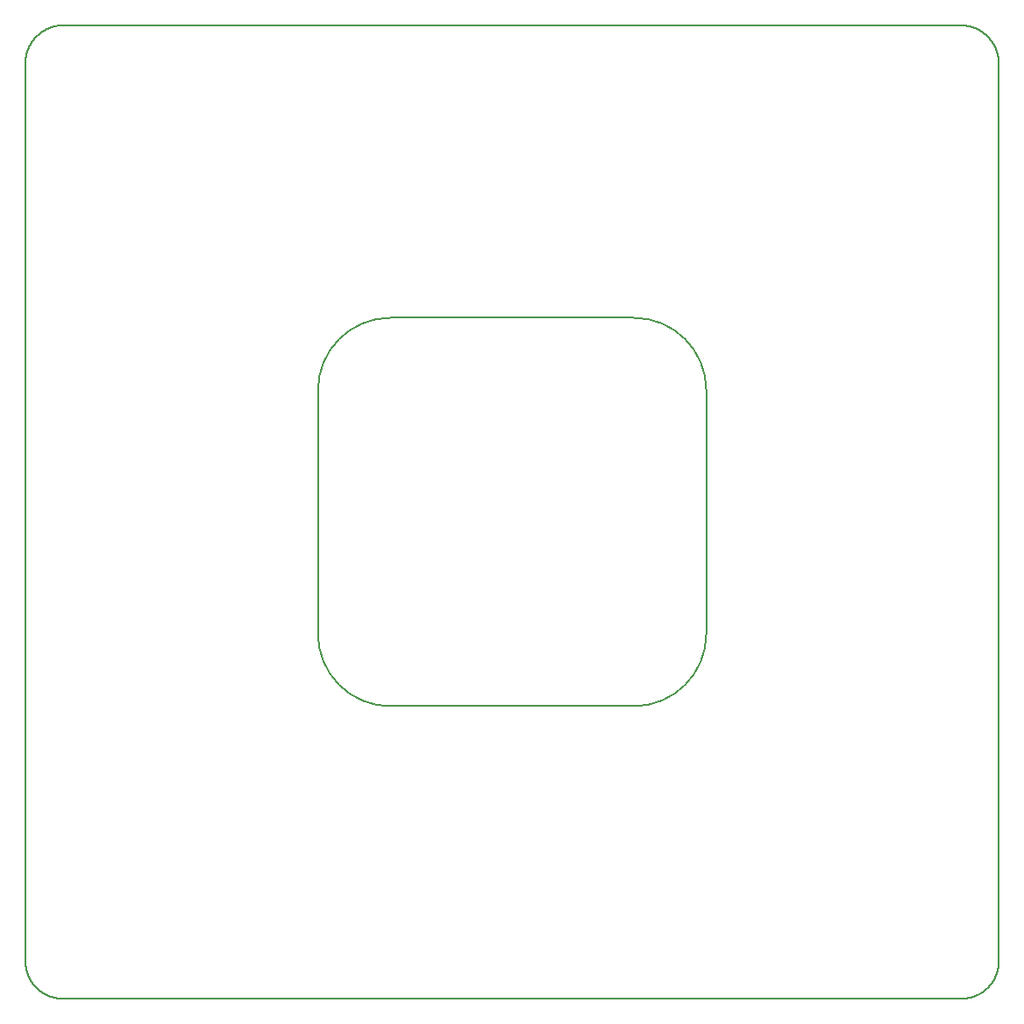
<source format=gm1>
%TF.GenerationSoftware,KiCad,Pcbnew,9.0.0*%
%TF.CreationDate,2025-03-08T12:40:55-08:00*%
%TF.ProjectId,Coil_Panel_Z,436f696c-5f50-4616-9e65-6c5f5a2e6b69,1.0*%
%TF.SameCoordinates,Original*%
%TF.FileFunction,Profile,NP*%
%FSLAX46Y46*%
G04 Gerber Fmt 4.6, Leading zero omitted, Abs format (unit mm)*
G04 Created by KiCad (PCBNEW 9.0.0) date 2025-03-08 12:40:55*
%MOMM*%
%LPD*%
G01*
G04 APERTURE LIST*
%TA.AperFunction,Profile*%
%ADD10C,0.200000*%
%TD*%
%ADD11C,0.200000*%
G04 APERTURE END LIST*
D10*
X113104000Y-49474000D02*
X103731000Y-49474000D01*
X100104142Y-53100879D02*
X100104142Y-62473878D01*
X158859162Y-77718744D02*
X135353012Y-77718744D01*
X128353058Y-84717750D02*
X128349861Y-108228033D01*
D11*
X100112000Y-139846884D02*
X100112040Y-139864138D01*
X100112160Y-139881382D01*
X100112360Y-139898615D01*
X100112639Y-139915839D01*
X100112999Y-139933051D01*
X100113438Y-139950253D01*
X100113956Y-139967443D01*
X100114555Y-139984623D01*
X100115233Y-140001791D01*
X100115990Y-140018948D01*
X100116827Y-140036092D01*
X100117744Y-140053225D01*
X100118740Y-140070346D01*
X100119815Y-140087454D01*
X100120969Y-140104550D01*
X100122203Y-140121633D01*
X100123516Y-140138703D01*
X100124908Y-140155760D01*
X100126380Y-140172804D01*
X100127930Y-140189834D01*
X100129559Y-140206851D01*
X100131268Y-140223853D01*
X100133055Y-140240842D01*
X100134921Y-140257816D01*
X100136866Y-140274775D01*
X100138890Y-140291720D01*
X100140992Y-140308649D01*
X100143174Y-140325564D01*
X100145433Y-140342463D01*
X100147772Y-140359346D01*
X100150188Y-140376214D01*
X100152684Y-140393065D01*
X100155257Y-140409901D01*
X100157909Y-140426719D01*
X100160640Y-140443521D01*
X100163448Y-140460306D01*
X100166335Y-140477073D01*
X100169300Y-140493824D01*
X100172343Y-140510556D01*
X100175464Y-140527271D01*
X100178662Y-140543967D01*
X100181939Y-140560645D01*
X100185294Y-140577304D01*
X100188726Y-140593945D01*
X100192236Y-140610566D01*
X100195823Y-140627168D01*
X100199489Y-140643750D01*
X100203231Y-140660313D01*
X100207051Y-140676855D01*
X100210949Y-140693377D01*
X100214923Y-140709878D01*
X100218975Y-140726358D01*
X100223104Y-140742818D01*
X100227310Y-140759256D01*
X100231593Y-140775672D01*
X100235953Y-140792066D01*
X100240390Y-140808438D01*
X100244904Y-140824788D01*
X100249494Y-140841115D01*
X100254161Y-140857418D01*
X100258904Y-140873699D01*
X100263724Y-140889956D01*
X100268620Y-140906190D01*
X100273592Y-140922399D01*
X100278641Y-140938584D01*
X100283765Y-140954744D01*
X100288966Y-140970879D01*
X100294242Y-140986990D01*
X100299594Y-141003074D01*
X100305022Y-141019133D01*
X100310526Y-141035166D01*
X100316105Y-141051173D01*
X100321759Y-141067153D01*
X100327489Y-141083106D01*
X100333294Y-141099032D01*
X100339174Y-141114930D01*
X100345129Y-141130801D01*
X100351159Y-141146644D01*
X100357264Y-141162458D01*
X100363443Y-141178243D01*
X100369697Y-141194000D01*
X100376025Y-141209727D01*
X100382428Y-141225425D01*
X100388905Y-141241093D01*
X100395455Y-141256731D01*
X100402080Y-141272338D01*
X100408779Y-141287915D01*
X100415551Y-141303461D01*
X100422397Y-141318975D01*
X100429316Y-141334457D01*
X100436309Y-141349908D01*
X100443374Y-141365326D01*
X100450513Y-141380711D01*
X100457725Y-141396064D01*
X100465009Y-141411383D01*
X100472366Y-141426669D01*
X100479795Y-141441921D01*
X100487297Y-141457139D01*
X100494871Y-141472322D01*
X100502516Y-141487471D01*
X100510234Y-141502584D01*
X100518023Y-141517662D01*
X100525884Y-141532704D01*
X100533816Y-141547710D01*
X100541820Y-141562679D01*
X100549894Y-141577612D01*
X100558040Y-141592508D01*
X100566256Y-141607366D01*
X100574543Y-141622187D01*
X100582899Y-141636970D01*
X100591327Y-141651714D01*
X100599824Y-141666420D01*
X100608391Y-141681086D01*
X100617028Y-141695714D01*
X100625734Y-141710301D01*
X100634509Y-141724849D01*
X100643354Y-141739356D01*
X100652267Y-141753823D01*
X100661249Y-141768249D01*
X100670300Y-141782634D01*
X100679419Y-141796976D01*
X100688606Y-141811277D01*
X100697861Y-141825536D01*
X100707183Y-141839752D01*
X100716573Y-141853925D01*
X100726031Y-141868055D01*
X100735555Y-141882142D01*
X100745147Y-141896184D01*
X100754805Y-141910182D01*
X100764529Y-141924136D01*
X100774320Y-141938045D01*
X100784177Y-141951908D01*
X100794099Y-141965726D01*
X100804087Y-141979499D01*
X100814140Y-141993225D01*
X100824259Y-142006904D01*
X100834442Y-142020537D01*
X100844690Y-142034122D01*
X100855002Y-142047660D01*
X100865378Y-142061151D01*
X100875818Y-142074593D01*
X100886322Y-142087986D01*
X100896890Y-142101331D01*
X100907520Y-142114627D01*
X100918213Y-142127873D01*
X100928969Y-142141070D01*
X100939788Y-142154217D01*
X100950668Y-142167313D01*
X100961611Y-142180358D01*
X100972615Y-142193353D01*
X100983680Y-142206296D01*
X100994807Y-142219188D01*
X101005994Y-142232027D01*
X101017242Y-142244815D01*
X101028550Y-142257550D01*
X101039919Y-142270232D01*
X101051347Y-142282860D01*
X101062834Y-142295436D01*
X101074381Y-142307957D01*
X101085987Y-142320425D01*
X101097651Y-142332838D01*
X101109374Y-142345196D01*
X101121155Y-142357499D01*
X101132993Y-142369747D01*
X101144889Y-142381940D01*
X101156843Y-142394076D01*
X101168853Y-142406157D01*
X101174879Y-142412176D01*
X101180920Y-142418180D01*
X101186974Y-142424171D01*
X101193043Y-142430147D01*
X101199126Y-142436110D01*
X101205222Y-142442057D01*
X101211333Y-142447991D01*
X101217457Y-142453910D01*
X101223596Y-142459815D01*
X101229748Y-142465705D01*
X101235914Y-142471581D01*
X101242093Y-142477442D01*
X101248287Y-142483288D01*
X101254494Y-142489121D01*
X101260715Y-142494938D01*
X101266949Y-142500741D01*
X101273197Y-142506529D01*
X101279458Y-142512302D01*
X101285733Y-142518061D01*
X101292022Y-142523805D01*
X101298323Y-142529533D01*
X101304639Y-142535248D01*
X101310967Y-142540947D01*
X101317309Y-142546631D01*
X101323664Y-142552300D01*
X101330032Y-142557955D01*
X101336414Y-142563594D01*
X101342809Y-142569218D01*
X101349216Y-142574827D01*
X101355637Y-142580421D01*
X101362071Y-142585999D01*
X101368518Y-142591563D01*
X101374977Y-142597111D01*
X101381450Y-142602644D01*
X101387935Y-142608162D01*
X101394434Y-142613664D01*
X101400945Y-142619151D01*
X101407469Y-142624622D01*
X101414005Y-142630078D01*
X101420555Y-142635519D01*
X101427117Y-142640944D01*
X101433691Y-142646354D01*
X101440278Y-142651747D01*
X101446878Y-142657126D01*
X101453490Y-142662489D01*
X101460115Y-142667836D01*
X101466751Y-142673167D01*
X101473401Y-142678483D01*
X101480062Y-142683782D01*
X101486736Y-142689067D01*
X101493422Y-142694335D01*
X101500121Y-142699587D01*
X101506831Y-142704824D01*
X101513554Y-142710044D01*
X101520288Y-142715249D01*
X101527035Y-142720438D01*
X101533793Y-142725610D01*
X101540564Y-142730767D01*
X101547346Y-142735907D01*
X101554141Y-142741032D01*
X101560947Y-142746140D01*
X101567765Y-142751232D01*
X101574595Y-142756308D01*
X101581437Y-142761368D01*
X101588290Y-142766411D01*
X101595155Y-142771439D01*
X101602031Y-142776449D01*
X101608919Y-142781444D01*
X101615818Y-142786422D01*
X101622729Y-142791384D01*
X101629651Y-142796329D01*
X101636586Y-142801259D01*
X101643530Y-142806171D01*
X101650487Y-142811067D01*
X101657454Y-142815946D01*
X101664434Y-142820809D01*
X101671423Y-142825655D01*
X101678425Y-142830485D01*
X101685437Y-142835298D01*
X101692461Y-142840095D01*
X101699494Y-142844874D01*
X101706540Y-142849637D01*
X101713596Y-142854383D01*
X101720664Y-142859113D01*
X101727741Y-142863825D01*
X101734831Y-142868521D01*
X101741930Y-142873200D01*
X101749041Y-142877862D01*
X101756161Y-142882507D01*
X101763294Y-142887135D01*
X101770436Y-142891746D01*
X101777589Y-142896341D01*
X101784752Y-142900918D01*
X101791926Y-142905478D01*
X101799110Y-142910021D01*
X101806306Y-142914547D01*
X101813510Y-142919056D01*
X101820726Y-142923548D01*
X101827951Y-142928022D01*
X101835188Y-142932480D01*
X101842434Y-142936920D01*
X101849691Y-142941343D01*
X101856956Y-142945748D01*
X101864234Y-142950137D01*
X101871520Y-142954508D01*
X101878817Y-142958862D01*
X101886123Y-142963198D01*
X101893440Y-142967517D01*
X101900766Y-142971819D01*
X101908103Y-142976103D01*
X101915448Y-142980370D01*
X101922804Y-142984619D01*
X101930169Y-142988851D01*
X101937545Y-142993065D01*
X101944929Y-142997262D01*
X101952324Y-143001441D01*
X101959727Y-143005603D01*
X101967141Y-143009747D01*
X101974564Y-143013873D01*
X101981997Y-143017982D01*
X101989438Y-143022073D01*
X101996889Y-143026146D01*
X102004349Y-143030202D01*
X102011819Y-143034240D01*
X102019297Y-143038260D01*
X102026786Y-143042262D01*
X102034283Y-143046247D01*
X102041790Y-143050214D01*
X102049304Y-143054162D01*
X102056829Y-143058094D01*
X102064362Y-143062007D01*
X102071905Y-143065902D01*
X102079456Y-143069779D01*
X102087016Y-143073639D01*
X102094585Y-143077480D01*
X102102163Y-143081304D01*
X102109749Y-143085109D01*
X102117345Y-143088897D01*
X102124948Y-143092666D01*
X102132561Y-143096418D01*
X102140181Y-143100151D01*
X102147812Y-143103866D01*
X102155449Y-143107563D01*
X102163096Y-143111243D01*
X102170750Y-143114903D01*
X102178415Y-143118546D01*
X102186086Y-143122170D01*
X102193766Y-143125777D01*
X102201454Y-143129365D01*
X102209151Y-143132935D01*
X102216855Y-143136486D01*
X102224569Y-143140020D01*
X102232289Y-143143534D01*
X102240019Y-143147031D01*
X102247755Y-143150509D01*
X102255501Y-143153970D01*
X102263253Y-143157411D01*
X102271015Y-143160835D01*
X102278783Y-143164239D01*
X102286561Y-143167626D01*
X102294345Y-143170994D01*
X102302138Y-143174344D01*
X102309937Y-143177675D01*
X102317746Y-143180988D01*
X102325560Y-143184282D01*
X102333384Y-143187558D01*
X102341214Y-143190815D01*
X102349053Y-143194054D01*
X102356897Y-143197273D01*
X102364751Y-143200475D01*
X102372611Y-143203658D01*
X102380480Y-143206823D01*
X102388354Y-143209968D01*
X102396238Y-143213095D01*
X102404126Y-143216204D01*
X102412024Y-143219294D01*
X102419928Y-143222365D01*
X102427840Y-143225417D01*
X102435758Y-143228451D01*
X102443684Y-143231466D01*
X102451616Y-143234462D01*
X102459557Y-143237440D01*
X102467502Y-143240399D01*
X102475457Y-143243339D01*
X102483417Y-143246260D01*
X102491385Y-143249163D01*
X102499358Y-143252046D01*
X102507340Y-143254912D01*
X102515327Y-143257757D01*
X102523322Y-143260585D01*
X102531323Y-143263393D01*
X102539331Y-143266183D01*
X102547345Y-143268953D01*
X102555367Y-143271705D01*
X102563393Y-143274437D01*
X102571428Y-143277151D01*
X102579468Y-143279846D01*
X102587516Y-143282522D01*
X102595568Y-143285179D01*
X102603629Y-143287817D01*
X102611694Y-143290436D01*
X102619767Y-143293037D01*
X102627845Y-143295617D01*
X102635931Y-143298180D01*
X102644021Y-143300722D01*
X102652119Y-143303247D01*
X102660221Y-143305751D01*
X102668332Y-143308237D01*
X102676446Y-143310704D01*
X102684568Y-143313152D01*
X102692695Y-143315580D01*
X102700829Y-143317990D01*
X102708967Y-143320380D01*
X102717114Y-143322751D01*
X102725264Y-143325103D01*
X102733421Y-143327436D01*
X102741583Y-143329750D01*
X102749752Y-143332045D01*
X102757925Y-143334320D01*
X102766106Y-143336576D01*
X102774290Y-143338813D01*
X102782482Y-143341031D01*
X102790678Y-143343229D01*
X102798881Y-143345409D01*
X102807087Y-143347569D01*
X102815301Y-143349710D01*
X102823519Y-143351831D01*
X102831744Y-143353934D01*
X102839972Y-143356017D01*
X102848207Y-143358081D01*
X102856446Y-143360125D01*
X102864693Y-143362150D01*
X102872942Y-143364156D01*
X102881199Y-143366143D01*
X102889458Y-143368109D01*
X102897725Y-143370058D01*
X102905995Y-143371986D01*
X102914273Y-143373895D01*
X102922553Y-143375785D01*
X102930840Y-143377655D01*
X102939130Y-143379506D01*
X102947428Y-143381338D01*
X102955728Y-143383150D01*
X102964035Y-143384943D01*
X102972345Y-143386716D01*
X102980661Y-143388470D01*
X102988981Y-143390204D01*
X102997307Y-143391919D01*
X103005636Y-143393615D01*
X103013972Y-143395291D01*
X103022310Y-143396947D01*
X103030656Y-143398585D01*
X103039003Y-143400202D01*
X103047358Y-143401800D01*
X103055714Y-143403379D01*
X103064078Y-143404938D01*
X103072444Y-143406478D01*
X103080816Y-143407998D01*
X103089191Y-143409498D01*
X103097572Y-143410980D01*
X103105956Y-143412441D01*
X103114346Y-143413883D01*
X103122738Y-143415305D01*
X103131137Y-143416708D01*
X103139537Y-143418091D01*
X103147945Y-143419455D01*
X103156354Y-143420799D01*
X103164769Y-143422123D01*
X103173187Y-143423428D01*
X103181611Y-143424713D01*
X103190037Y-143425979D01*
X103198469Y-143427225D01*
X103206902Y-143428451D01*
X103215343Y-143429658D01*
X103223784Y-143430845D01*
X103232232Y-143432013D01*
X103240682Y-143433160D01*
X103249138Y-143434288D01*
X103257595Y-143435397D01*
X103266059Y-143436486D01*
X103274524Y-143437554D01*
X103282995Y-143438604D01*
X103291468Y-143439633D01*
X103299947Y-143440644D01*
X103308427Y-143441634D01*
X103316913Y-143442604D01*
X103325400Y-143443555D01*
X103333894Y-143444486D01*
X103342388Y-143445397D01*
X103350889Y-143446289D01*
X103359391Y-143447161D01*
X103367898Y-143448013D01*
X103376407Y-143448845D01*
X103384922Y-143449658D01*
X103393437Y-143450450D01*
X103401959Y-143451223D01*
X103410481Y-143451976D01*
X103419010Y-143452710D01*
X103427539Y-143453423D01*
X103436074Y-143454117D01*
X103444610Y-143454791D01*
X103453151Y-143455445D01*
X103461693Y-143456080D01*
X103470241Y-143456694D01*
X103478790Y-143457289D01*
X103487344Y-143457864D01*
X103495899Y-143458419D01*
X103504460Y-143458954D01*
X103513021Y-143459469D01*
X103521588Y-143459965D01*
X103530155Y-143460440D01*
X103538728Y-143460896D01*
X103547301Y-143461332D01*
X103555880Y-143461747D01*
X103564459Y-143462143D01*
X103573044Y-143462520D01*
X103581629Y-143462876D01*
X103590219Y-143463212D01*
X103598810Y-143463528D01*
X103607406Y-143463825D01*
X103616003Y-143464101D01*
X103624604Y-143464358D01*
X103633206Y-143464594D01*
X103641813Y-143464811D01*
X103650421Y-143465008D01*
X103659033Y-143465185D01*
X103667646Y-143465342D01*
X103676264Y-143465478D01*
X103684882Y-143465595D01*
X103693505Y-143465692D01*
X103702128Y-143465769D01*
X103710756Y-143465826D01*
X103719385Y-143465863D01*
X103728018Y-143465880D01*
X103731000Y-143465881D01*
D10*
X128353058Y-84717750D02*
G75*
G02*
X135353012Y-77718758I6999942J-950D01*
G01*
X165859131Y-108228972D02*
X165859131Y-84708140D01*
D11*
X101166416Y-50536289D02*
X101154390Y-50548371D01*
X101142423Y-50560509D01*
X101130513Y-50572701D01*
X101118661Y-50584949D01*
X101106868Y-50597251D01*
X101095134Y-50609607D01*
X101083458Y-50622018D01*
X101071841Y-50634482D01*
X101060284Y-50647001D01*
X101048786Y-50659572D01*
X101037348Y-50672197D01*
X101025970Y-50684875D01*
X101014651Y-50697606D01*
X101003394Y-50710389D01*
X100992197Y-50723224D01*
X100981060Y-50736111D01*
X100969985Y-50749050D01*
X100958971Y-50762040D01*
X100948018Y-50775082D01*
X100937127Y-50788174D01*
X100926298Y-50801318D01*
X100915530Y-50814511D01*
X100904826Y-50827755D01*
X100894183Y-50841049D01*
X100883604Y-50854392D01*
X100873087Y-50867785D01*
X100862633Y-50881227D01*
X100852243Y-50894717D01*
X100841917Y-50908256D01*
X100831654Y-50921844D01*
X100821455Y-50935479D01*
X100811320Y-50949162D01*
X100801250Y-50962892D01*
X100791244Y-50976670D01*
X100781304Y-50990494D01*
X100771428Y-51004365D01*
X100761617Y-51018282D01*
X100751872Y-51032246D01*
X100742193Y-51046254D01*
X100732579Y-51060309D01*
X100723032Y-51074408D01*
X100713551Y-51088552D01*
X100704136Y-51102740D01*
X100694788Y-51116973D01*
X100685507Y-51131250D01*
X100676293Y-51145570D01*
X100667146Y-51159933D01*
X100658066Y-51174340D01*
X100649055Y-51188789D01*
X100640111Y-51203280D01*
X100631235Y-51217813D01*
X100622428Y-51232388D01*
X100613689Y-51247005D01*
X100605018Y-51261662D01*
X100596417Y-51276360D01*
X100587884Y-51291099D01*
X100579421Y-51305878D01*
X100571027Y-51320696D01*
X100562703Y-51335554D01*
X100554448Y-51350451D01*
X100546264Y-51365387D01*
X100538149Y-51380361D01*
X100530105Y-51395373D01*
X100522132Y-51410423D01*
X100514229Y-51425511D01*
X100506397Y-51440636D01*
X100498636Y-51455797D01*
X100490946Y-51470995D01*
X100483327Y-51486229D01*
X100475780Y-51501499D01*
X100468305Y-51516804D01*
X100460902Y-51532144D01*
X100453571Y-51547519D01*
X100446312Y-51562928D01*
X100439125Y-51578372D01*
X100432011Y-51593849D01*
X100424970Y-51609359D01*
X100418002Y-51624903D01*
X100411106Y-51640479D01*
X100404284Y-51656087D01*
X100397535Y-51671727D01*
X100390860Y-51687399D01*
X100384258Y-51703103D01*
X100377730Y-51718837D01*
X100374494Y-51726715D01*
X100371276Y-51734601D01*
X100368077Y-51742495D01*
X100364896Y-51750396D01*
X100361734Y-51758304D01*
X100358591Y-51766220D01*
X100355466Y-51774144D01*
X100352360Y-51782074D01*
X100349272Y-51790012D01*
X100346203Y-51797957D01*
X100343153Y-51805910D01*
X100340121Y-51813869D01*
X100337108Y-51821836D01*
X100334114Y-51829809D01*
X100331138Y-51837790D01*
X100328181Y-51845778D01*
X100325243Y-51853772D01*
X100322324Y-51861773D01*
X100319424Y-51869782D01*
X100316542Y-51877797D01*
X100313679Y-51885818D01*
X100310835Y-51893847D01*
X100308010Y-51901882D01*
X100305204Y-51909924D01*
X100302417Y-51917972D01*
X100299648Y-51926026D01*
X100296899Y-51934087D01*
X100294168Y-51942155D01*
X100291457Y-51950229D01*
X100288764Y-51958310D01*
X100286091Y-51966396D01*
X100283436Y-51974489D01*
X100280800Y-51982588D01*
X100278184Y-51990693D01*
X100275586Y-51998804D01*
X100273008Y-52006922D01*
X100270449Y-52015045D01*
X100267908Y-52023174D01*
X100265387Y-52031309D01*
X100262885Y-52039451D01*
X100260402Y-52047597D01*
X100257939Y-52055750D01*
X100255494Y-52063909D01*
X100253069Y-52072073D01*
X100250662Y-52080243D01*
X100248275Y-52088418D01*
X100245908Y-52096599D01*
X100243559Y-52104786D01*
X100241230Y-52112977D01*
X100238920Y-52121175D01*
X100236629Y-52129377D01*
X100234357Y-52137586D01*
X100232105Y-52145799D01*
X100229872Y-52154018D01*
X100227658Y-52162241D01*
X100225464Y-52170471D01*
X100223289Y-52178704D01*
X100221134Y-52186944D01*
X100218997Y-52195187D01*
X100216880Y-52203437D01*
X100214783Y-52211691D01*
X100212705Y-52219950D01*
X100210646Y-52228213D01*
X100208607Y-52236482D01*
X100206587Y-52244755D01*
X100204587Y-52253033D01*
X100202606Y-52261315D01*
X100200644Y-52269603D01*
X100198703Y-52277894D01*
X100196780Y-52286191D01*
X100194877Y-52294491D01*
X100192994Y-52302797D01*
X100191130Y-52311106D01*
X100189285Y-52319421D01*
X100187460Y-52327738D01*
X100185655Y-52336061D01*
X100183869Y-52344387D01*
X100182103Y-52352719D01*
X100180357Y-52361053D01*
X100178629Y-52369392D01*
X100176922Y-52377735D01*
X100175234Y-52386082D01*
X100173566Y-52394433D01*
X100171917Y-52402788D01*
X100170288Y-52411146D01*
X100168679Y-52419509D01*
X100167089Y-52427875D01*
X100165519Y-52436245D01*
X100163969Y-52444618D01*
X100162438Y-52452996D01*
X100160927Y-52461376D01*
X100159436Y-52469761D01*
X100157964Y-52478148D01*
X100156512Y-52486540D01*
X100155080Y-52494934D01*
X100153668Y-52503333D01*
X100152275Y-52511733D01*
X100150902Y-52520139D01*
X100149549Y-52528546D01*
X100148215Y-52536957D01*
X100146902Y-52545371D01*
X100145607Y-52553789D01*
X100144333Y-52562208D01*
X100143079Y-52570632D01*
X100141844Y-52579058D01*
X100140629Y-52587487D01*
X100139434Y-52595919D01*
X100138259Y-52604354D01*
X100137104Y-52612791D01*
X100135968Y-52621232D01*
X100134852Y-52629675D01*
X100133756Y-52638121D01*
X100132680Y-52646569D01*
X100131624Y-52655020D01*
X100130587Y-52663473D01*
X100129571Y-52671929D01*
X100128574Y-52680387D01*
X100127597Y-52688848D01*
X100126640Y-52697311D01*
X100125703Y-52705777D01*
X100124786Y-52714244D01*
X100123888Y-52722715D01*
X100123011Y-52731186D01*
X100122153Y-52739661D01*
X100121315Y-52748136D01*
X100120498Y-52756616D01*
X100119700Y-52765095D01*
X100118922Y-52773578D01*
X100118164Y-52782062D01*
X100117425Y-52790549D01*
X100116707Y-52799036D01*
X100116009Y-52807527D01*
X100115331Y-52816017D01*
X100114672Y-52824512D01*
X100114034Y-52833006D01*
X100113415Y-52841503D01*
X100112816Y-52850001D01*
X100112238Y-52858501D01*
X100111679Y-52867002D01*
X100111140Y-52875505D01*
X100110621Y-52884009D01*
X100110122Y-52892515D01*
X100109644Y-52901021D01*
X100109185Y-52909530D01*
X100108746Y-52918039D01*
X100108327Y-52926550D01*
X100107928Y-52935062D01*
X100107549Y-52943575D01*
X100107190Y-52952089D01*
X100106850Y-52960605D01*
X100106531Y-52969120D01*
X100106232Y-52977638D01*
X100105953Y-52986156D01*
X100105694Y-52994675D01*
X100105455Y-53003195D01*
X100105236Y-53011716D01*
X100105037Y-53020237D01*
X100104857Y-53028760D01*
X100104698Y-53037282D01*
X100104559Y-53045807D01*
X100104440Y-53054330D01*
X100104341Y-53062856D01*
X100104262Y-53071380D01*
X100104202Y-53079907D01*
X100104163Y-53088433D01*
X100104144Y-53096960D01*
X100104142Y-53100879D01*
D10*
X158859162Y-77718744D02*
G75*
G02*
X165859148Y-84708140I-62J-7000056D01*
G01*
D11*
X190477001Y-143465881D02*
X190494255Y-143465841D01*
X190511499Y-143465721D01*
X190528733Y-143465521D01*
X190545956Y-143465242D01*
X190563168Y-143464882D01*
X190580370Y-143464443D01*
X190597561Y-143463925D01*
X190614740Y-143463326D01*
X190631908Y-143462648D01*
X190649065Y-143461891D01*
X190666209Y-143461054D01*
X190683342Y-143460137D01*
X190700463Y-143459141D01*
X190717571Y-143458066D01*
X190734667Y-143456912D01*
X190751750Y-143455678D01*
X190768820Y-143454365D01*
X190785877Y-143452973D01*
X190802921Y-143451502D01*
X190819951Y-143449951D01*
X190836968Y-143448322D01*
X190853970Y-143446613D01*
X190870959Y-143444826D01*
X190887933Y-143442960D01*
X190904892Y-143441015D01*
X190921837Y-143438991D01*
X190938767Y-143436889D01*
X190955681Y-143434708D01*
X190972580Y-143432448D01*
X190989464Y-143430110D01*
X191006331Y-143427693D01*
X191023183Y-143425198D01*
X191040018Y-143422624D01*
X191056836Y-143419972D01*
X191073638Y-143417242D01*
X191090423Y-143414433D01*
X191107191Y-143411546D01*
X191123941Y-143408582D01*
X191140673Y-143405539D01*
X191157388Y-143402418D01*
X191174084Y-143399219D01*
X191190762Y-143395942D01*
X191207422Y-143392588D01*
X191224062Y-143389155D01*
X191240683Y-143385646D01*
X191257285Y-143382058D01*
X191273868Y-143378393D01*
X191290430Y-143374650D01*
X191306972Y-143370830D01*
X191323494Y-143366933D01*
X191339995Y-143362958D01*
X191356476Y-143358906D01*
X191372935Y-143354777D01*
X191389373Y-143350571D01*
X191405789Y-143346288D01*
X191422183Y-143341928D01*
X191438556Y-143337491D01*
X191454905Y-143332978D01*
X191471232Y-143328388D01*
X191487536Y-143323721D01*
X191503817Y-143318978D01*
X191520074Y-143314158D01*
X191536307Y-143309262D01*
X191552516Y-143304289D01*
X191568701Y-143299241D01*
X191584862Y-143294116D01*
X191600997Y-143288916D01*
X191617107Y-143283639D01*
X191633192Y-143278287D01*
X191649251Y-143272859D01*
X191665284Y-143267356D01*
X191681290Y-143261777D01*
X191697270Y-143256122D01*
X191713224Y-143250392D01*
X191729149Y-143244587D01*
X191745048Y-143238707D01*
X191760919Y-143232752D01*
X191776761Y-143226723D01*
X191792575Y-143220618D01*
X191808361Y-143214439D01*
X191824118Y-143208185D01*
X191839845Y-143201856D01*
X191855543Y-143195454D01*
X191871211Y-143188977D01*
X191886849Y-143182426D01*
X191902456Y-143175802D01*
X191918033Y-143169103D01*
X191933578Y-143162331D01*
X191949092Y-143155485D01*
X191964575Y-143148566D01*
X191980025Y-143141573D01*
X191995444Y-143134508D01*
X192010829Y-143127369D01*
X192026182Y-143120157D01*
X192041501Y-143112873D01*
X192056787Y-143105516D01*
X192072039Y-143098087D01*
X192087257Y-143090585D01*
X192102440Y-143083011D01*
X192117589Y-143075365D01*
X192132702Y-143067648D01*
X192147780Y-143059858D01*
X192162822Y-143051998D01*
X192177828Y-143044065D01*
X192192797Y-143036062D01*
X192207730Y-143027987D01*
X192222626Y-143019842D01*
X192237485Y-143011626D01*
X192252305Y-143003339D01*
X192267088Y-142994982D01*
X192281832Y-142986555D01*
X192296538Y-142978058D01*
X192311205Y-142969491D01*
X192325832Y-142960854D01*
X192340420Y-142952148D01*
X192354967Y-142943373D01*
X192369475Y-142934528D01*
X192383941Y-142925615D01*
X192398367Y-142916633D01*
X192412752Y-142907582D01*
X192427095Y-142898463D01*
X192441396Y-142889276D01*
X192455654Y-142880021D01*
X192469870Y-142870699D01*
X192484044Y-142861309D01*
X192498173Y-142851851D01*
X192512260Y-142842327D01*
X192526302Y-142832735D01*
X192540301Y-142823077D01*
X192554254Y-142813353D01*
X192568163Y-142803562D01*
X192582027Y-142793706D01*
X192595845Y-142783783D01*
X192609617Y-142773795D01*
X192623343Y-142763742D01*
X192637022Y-142753623D01*
X192650655Y-142743440D01*
X192664241Y-142733192D01*
X192677779Y-142722880D01*
X192691269Y-142712504D01*
X192704711Y-142702064D01*
X192718105Y-142691560D01*
X192731450Y-142680993D01*
X192744745Y-142670362D01*
X192757992Y-142659669D01*
X192771188Y-142648913D01*
X192784335Y-142638094D01*
X192797431Y-142627214D01*
X192810477Y-142616271D01*
X192823471Y-142605267D01*
X192836415Y-142594202D01*
X192849306Y-142583075D01*
X192862146Y-142571888D01*
X192874933Y-142560640D01*
X192887668Y-142549332D01*
X192900350Y-142537963D01*
X192912979Y-142526535D01*
X192925554Y-142515048D01*
X192938076Y-142503501D01*
X192950543Y-142491896D01*
X192962956Y-142480231D01*
X192975315Y-142468509D01*
X192987618Y-142456728D01*
X192999866Y-142444889D01*
X193012058Y-142432993D01*
X193024195Y-142421040D01*
X193036275Y-142409030D01*
X193042294Y-142403003D01*
X193048299Y-142396963D01*
X193054290Y-142390908D01*
X193060266Y-142384839D01*
X193066228Y-142378757D01*
X193072176Y-142372660D01*
X193078109Y-142366550D01*
X193084029Y-142360425D01*
X193089933Y-142354287D01*
X193095824Y-142348135D01*
X193101699Y-142341969D01*
X193107560Y-142335789D01*
X193113407Y-142329596D01*
X193119239Y-142323388D01*
X193125057Y-142317168D01*
X193130859Y-142310933D01*
X193136648Y-142304686D01*
X193142421Y-142298424D01*
X193148179Y-142292149D01*
X193153923Y-142285861D01*
X193159652Y-142279559D01*
X193165366Y-142273244D01*
X193171065Y-142266915D01*
X193176750Y-142260573D01*
X193182419Y-142254218D01*
X193188073Y-142247850D01*
X193193712Y-142241469D01*
X193199337Y-142235074D01*
X193204945Y-142228666D01*
X193210539Y-142222245D01*
X193216118Y-142215812D01*
X193221682Y-142209365D01*
X193227230Y-142202905D01*
X193232763Y-142196432D01*
X193238280Y-142189947D01*
X193243783Y-142183449D01*
X193249270Y-142176938D01*
X193254741Y-142170414D01*
X193260197Y-142163877D01*
X193265638Y-142157328D01*
X193271063Y-142150766D01*
X193276472Y-142144191D01*
X193281866Y-142137604D01*
X193287245Y-142131005D01*
X193292607Y-142124393D01*
X193297955Y-142117768D01*
X193303286Y-142111131D01*
X193308602Y-142104482D01*
X193313901Y-142097820D01*
X193319186Y-142091146D01*
X193324454Y-142084461D01*
X193329706Y-142077762D01*
X193334942Y-142071052D01*
X193340163Y-142064329D01*
X193345368Y-142057595D01*
X193350557Y-142050848D01*
X193355729Y-142044089D01*
X193360886Y-142037318D01*
X193366026Y-142030536D01*
X193371151Y-142023742D01*
X193376259Y-142016936D01*
X193381351Y-142010117D01*
X193386427Y-142003288D01*
X193391487Y-141996446D01*
X193396530Y-141989593D01*
X193401558Y-141982728D01*
X193406568Y-141975852D01*
X193411563Y-141968964D01*
X193416541Y-141962065D01*
X193421503Y-141955153D01*
X193426448Y-141948231D01*
X193431378Y-141941297D01*
X193436290Y-141934353D01*
X193441186Y-141927396D01*
X193446065Y-141920428D01*
X193450928Y-141913449D01*
X193455774Y-141906460D01*
X193460604Y-141899458D01*
X193465417Y-141892446D01*
X193470214Y-141885422D01*
X193474993Y-141878388D01*
X193479756Y-141871342D01*
X193484502Y-141864287D01*
X193489232Y-141857219D01*
X193493944Y-141850141D01*
X193498640Y-141843052D01*
X193503319Y-141835953D01*
X193507981Y-141828842D01*
X193512626Y-141821721D01*
X193517254Y-141814589D01*
X193521865Y-141807447D01*
X193526460Y-141800294D01*
X193531037Y-141793131D01*
X193535597Y-141785956D01*
X193540140Y-141778773D01*
X193544666Y-141771577D01*
X193549175Y-141764373D01*
X193553667Y-141757157D01*
X193558141Y-141749931D01*
X193562599Y-141742695D01*
X193567039Y-141735449D01*
X193571462Y-141728192D01*
X193575867Y-141720926D01*
X193580256Y-141713649D01*
X193584627Y-141706363D01*
X193588981Y-141699066D01*
X193593317Y-141691760D01*
X193597636Y-141684443D01*
X193601938Y-141677117D01*
X193606222Y-141669780D01*
X193610489Y-141662435D01*
X193614738Y-141655079D01*
X193618970Y-141647714D01*
X193623184Y-141640338D01*
X193627381Y-141632954D01*
X193631560Y-141625559D01*
X193635722Y-141618156D01*
X193639866Y-141610742D01*
X193643992Y-141603319D01*
X193648101Y-141595886D01*
X193652192Y-141588445D01*
X193656266Y-141580994D01*
X193660321Y-141573534D01*
X193664359Y-141566064D01*
X193668379Y-141558586D01*
X193672382Y-141551097D01*
X193676366Y-141543600D01*
X193680333Y-141536093D01*
X193684282Y-141528579D01*
X193688213Y-141521054D01*
X193692126Y-141513521D01*
X193696021Y-141505978D01*
X193699898Y-141498427D01*
X193703758Y-141490867D01*
X193707599Y-141483298D01*
X193711423Y-141475720D01*
X193715228Y-141468134D01*
X193719016Y-141460538D01*
X193722785Y-141452935D01*
X193726537Y-141445322D01*
X193730270Y-141437702D01*
X193733986Y-141430072D01*
X193737682Y-141422434D01*
X193741362Y-141414787D01*
X193745022Y-141407133D01*
X193748665Y-141399469D01*
X193752289Y-141391798D01*
X193755896Y-141384117D01*
X193759484Y-141376429D01*
X193763054Y-141368732D01*
X193766605Y-141361028D01*
X193770139Y-141353314D01*
X193773653Y-141345594D01*
X193777151Y-141337864D01*
X193780629Y-141330128D01*
X193784089Y-141322382D01*
X193787530Y-141314630D01*
X193790954Y-141306868D01*
X193794359Y-141299100D01*
X193797745Y-141291322D01*
X193801113Y-141283539D01*
X193804463Y-141275745D01*
X193807794Y-141267946D01*
X193811107Y-141260138D01*
X193814401Y-141252323D01*
X193817677Y-141244499D01*
X193820934Y-141236670D01*
X193824173Y-141228831D01*
X193827393Y-141220986D01*
X193830595Y-141213132D01*
X193833777Y-141205272D01*
X193836942Y-141197403D01*
X193840087Y-141189529D01*
X193843215Y-141181646D01*
X193846323Y-141173757D01*
X193849413Y-141165859D01*
X193852484Y-141157956D01*
X193855537Y-141150043D01*
X193858570Y-141142126D01*
X193861586Y-141134199D01*
X193864582Y-141126267D01*
X193867560Y-141118327D01*
X193870518Y-141110381D01*
X193873459Y-141102426D01*
X193876380Y-141094467D01*
X193879282Y-141086498D01*
X193882166Y-141078525D01*
X193885031Y-141070543D01*
X193887877Y-141062556D01*
X193890704Y-141054561D01*
X193893512Y-141046561D01*
X193896302Y-141038552D01*
X193899072Y-141030539D01*
X193901824Y-141022517D01*
X193904557Y-141014490D01*
X193907271Y-141006455D01*
X193909966Y-140998415D01*
X193912642Y-140990367D01*
X193915298Y-140982315D01*
X193917937Y-140974254D01*
X193920556Y-140966189D01*
X193923156Y-140958116D01*
X193925737Y-140950038D01*
X193928299Y-140941953D01*
X193930842Y-140933863D01*
X193933366Y-140925764D01*
X193935871Y-140917662D01*
X193938357Y-140909552D01*
X193940823Y-140901437D01*
X193943271Y-140893315D01*
X193945699Y-140885189D01*
X193948109Y-140877054D01*
X193950499Y-140868916D01*
X193952871Y-140860770D01*
X193955223Y-140852620D01*
X193957556Y-140844462D01*
X193959869Y-140836301D01*
X193962164Y-140828131D01*
X193964439Y-140819958D01*
X193966696Y-140811778D01*
X193968933Y-140803593D01*
X193971151Y-140795401D01*
X193973349Y-140787206D01*
X193975529Y-140779003D01*
X193977688Y-140770796D01*
X193979830Y-140762582D01*
X193981951Y-140754365D01*
X193984053Y-140746140D01*
X193986136Y-140737912D01*
X193988200Y-140729676D01*
X193990244Y-140721437D01*
X193992270Y-140713191D01*
X193994275Y-140704942D01*
X193996262Y-140696685D01*
X193998229Y-140688425D01*
X194000177Y-140680158D01*
X194002105Y-140671888D01*
X194004015Y-140663611D01*
X194005904Y-140655331D01*
X194007775Y-140647043D01*
X194009625Y-140638753D01*
X194011457Y-140630456D01*
X194013269Y-140622156D01*
X194015062Y-140613849D01*
X194016835Y-140605539D01*
X194018589Y-140597222D01*
X194020324Y-140588903D01*
X194022039Y-140580576D01*
X194023734Y-140572247D01*
X194025411Y-140563912D01*
X194027067Y-140555573D01*
X194028704Y-140547228D01*
X194030322Y-140538880D01*
X194031920Y-140530526D01*
X194033499Y-140522169D01*
X194035058Y-140513806D01*
X194036597Y-140505440D01*
X194038118Y-140497067D01*
X194039618Y-140488693D01*
X194041099Y-140480311D01*
X194042561Y-140471928D01*
X194044003Y-140463538D01*
X194045425Y-140455146D01*
X194046828Y-140446747D01*
X194048211Y-140438346D01*
X194049575Y-140429939D01*
X194050919Y-140421530D01*
X194052243Y-140413114D01*
X194053548Y-140404697D01*
X194054833Y-140396273D01*
X194056099Y-140387847D01*
X194057345Y-140379415D01*
X194058571Y-140370981D01*
X194059778Y-140362541D01*
X194060965Y-140354099D01*
X194062132Y-140345651D01*
X194063280Y-140337202D01*
X194064408Y-140328746D01*
X194065516Y-140320288D01*
X194066605Y-140311825D01*
X194067674Y-140303360D01*
X194068724Y-140294888D01*
X194069753Y-140286416D01*
X194070763Y-140277937D01*
X194071753Y-140269457D01*
X194072724Y-140260971D01*
X194073675Y-140252484D01*
X194074606Y-140243990D01*
X194075517Y-140235495D01*
X194076409Y-140226995D01*
X194077280Y-140218493D01*
X194078133Y-140209985D01*
X194078965Y-140201477D01*
X194079777Y-140192962D01*
X194080570Y-140184446D01*
X194081343Y-140175925D01*
X194082096Y-140167402D01*
X194082830Y-140158874D01*
X194083543Y-140150345D01*
X194084237Y-140141810D01*
X194084911Y-140133274D01*
X194085565Y-140124733D01*
X194086200Y-140116191D01*
X194086814Y-140107643D01*
X194087409Y-140099094D01*
X194087984Y-140090540D01*
X194088539Y-140081985D01*
X194089074Y-140073424D01*
X194089589Y-140064863D01*
X194090085Y-140056296D01*
X194090560Y-140047729D01*
X194091016Y-140039156D01*
X194091451Y-140030583D01*
X194091867Y-140022004D01*
X194092263Y-140013425D01*
X194092639Y-140004840D01*
X194092996Y-139996255D01*
X194093332Y-139987665D01*
X194093648Y-139979074D01*
X194093945Y-139970478D01*
X194094221Y-139961881D01*
X194094478Y-139953280D01*
X194094714Y-139944678D01*
X194094931Y-139936071D01*
X194095128Y-139927463D01*
X194095305Y-139918851D01*
X194095461Y-139910238D01*
X194095598Y-139901620D01*
X194095715Y-139893002D01*
X194095812Y-139884379D01*
X194095889Y-139875756D01*
X194095946Y-139867128D01*
X194095983Y-139858499D01*
X194096000Y-139849866D01*
X194096001Y-139846884D01*
D10*
X135349862Y-115228985D02*
X158867488Y-115228985D01*
X190477001Y-49481858D02*
X181104001Y-49481858D01*
D11*
X103731000Y-49474000D02*
X103713953Y-49474040D01*
X103696908Y-49474160D01*
X103679865Y-49474360D01*
X103662825Y-49474640D01*
X103645787Y-49474999D01*
X103628752Y-49475439D01*
X103611721Y-49475959D01*
X103594693Y-49476558D01*
X103577669Y-49477238D01*
X103560649Y-49477997D01*
X103543634Y-49478836D01*
X103526624Y-49479755D01*
X103509619Y-49480753D01*
X103492619Y-49481832D01*
X103475626Y-49482990D01*
X103458639Y-49484228D01*
X103441658Y-49485546D01*
X103424684Y-49486943D01*
X103407718Y-49488420D01*
X103390759Y-49489977D01*
X103373808Y-49491613D01*
X103356865Y-49493329D01*
X103339931Y-49495124D01*
X103323005Y-49496999D01*
X103306089Y-49498953D01*
X103289183Y-49500986D01*
X103272286Y-49503099D01*
X103255400Y-49505292D01*
X103238524Y-49507563D01*
X103221660Y-49509914D01*
X103204807Y-49512344D01*
X103187965Y-49514853D01*
X103171135Y-49517441D01*
X103154318Y-49520108D01*
X103137514Y-49522854D01*
X103120722Y-49525679D01*
X103103944Y-49528583D01*
X103087180Y-49531565D01*
X103070430Y-49534627D01*
X103053694Y-49537766D01*
X103036973Y-49540985D01*
X103020268Y-49544282D01*
X103003578Y-49547658D01*
X102986904Y-49551112D01*
X102970246Y-49554644D01*
X102953604Y-49558254D01*
X102936980Y-49561943D01*
X102920373Y-49565710D01*
X102903784Y-49569554D01*
X102887213Y-49573477D01*
X102870660Y-49577477D01*
X102854126Y-49581556D01*
X102837612Y-49585711D01*
X102821116Y-49589945D01*
X102804641Y-49594256D01*
X102788186Y-49598644D01*
X102771751Y-49603110D01*
X102755338Y-49607652D01*
X102738945Y-49612272D01*
X102722575Y-49616969D01*
X102706226Y-49621743D01*
X102689900Y-49626594D01*
X102673597Y-49631521D01*
X102657316Y-49636525D01*
X102641060Y-49641605D01*
X102624827Y-49646761D01*
X102608618Y-49651994D01*
X102592434Y-49657303D01*
X102576275Y-49662688D01*
X102560141Y-49668149D01*
X102544033Y-49673686D01*
X102527951Y-49679298D01*
X102511895Y-49684986D01*
X102495866Y-49690749D01*
X102479864Y-49696587D01*
X102463890Y-49702501D01*
X102447943Y-49708489D01*
X102432025Y-49714553D01*
X102416135Y-49720691D01*
X102400274Y-49726904D01*
X102384443Y-49733191D01*
X102368641Y-49739552D01*
X102352869Y-49745988D01*
X102337127Y-49752498D01*
X102329268Y-49755780D01*
X102321417Y-49759081D01*
X102313573Y-49762400D01*
X102305737Y-49765738D01*
X102297909Y-49769095D01*
X102290088Y-49772469D01*
X102282276Y-49775862D01*
X102274472Y-49779273D01*
X102266675Y-49782703D01*
X102258887Y-49786151D01*
X102251107Y-49789617D01*
X102243335Y-49793102D01*
X102235571Y-49796604D01*
X102227816Y-49800125D01*
X102220069Y-49803664D01*
X102212330Y-49807222D01*
X102204599Y-49810797D01*
X102196877Y-49814391D01*
X102189164Y-49818002D01*
X102181458Y-49821632D01*
X102173762Y-49825280D01*
X102166074Y-49828946D01*
X102158395Y-49832630D01*
X102150724Y-49836332D01*
X102143062Y-49840052D01*
X102135409Y-49843790D01*
X102127765Y-49847546D01*
X102120129Y-49851320D01*
X102112503Y-49855112D01*
X102104885Y-49858921D01*
X102097277Y-49862749D01*
X102089677Y-49866594D01*
X102082087Y-49870457D01*
X102074505Y-49874338D01*
X102066933Y-49878237D01*
X102059370Y-49882154D01*
X102051816Y-49886088D01*
X102044271Y-49890040D01*
X102036736Y-49894010D01*
X102029210Y-49897997D01*
X102021694Y-49902002D01*
X102014187Y-49906025D01*
X102006690Y-49910065D01*
X101999201Y-49914123D01*
X101991723Y-49918199D01*
X101984254Y-49922292D01*
X101976795Y-49926402D01*
X101969346Y-49930530D01*
X101961906Y-49934676D01*
X101954476Y-49938839D01*
X101947056Y-49943019D01*
X101939646Y-49947217D01*
X101932246Y-49951432D01*
X101924855Y-49955664D01*
X101917475Y-49959914D01*
X101910104Y-49964181D01*
X101902744Y-49968466D01*
X101895394Y-49972767D01*
X101888054Y-49977086D01*
X101880724Y-49981422D01*
X101873404Y-49985776D01*
X101866095Y-49990146D01*
X101858796Y-49994534D01*
X101851507Y-49998939D01*
X101844229Y-50003360D01*
X101836961Y-50007799D01*
X101829704Y-50012255D01*
X101822457Y-50016728D01*
X101815221Y-50021218D01*
X101807994Y-50025725D01*
X101800780Y-50030249D01*
X101793575Y-50034790D01*
X101786381Y-50039347D01*
X101779198Y-50043922D01*
X101772026Y-50048513D01*
X101764864Y-50053122D01*
X101757714Y-50057747D01*
X101750574Y-50062389D01*
X101743446Y-50067047D01*
X101736327Y-50071723D01*
X101729221Y-50076414D01*
X101722125Y-50081123D01*
X101715041Y-50085848D01*
X101707967Y-50090591D01*
X101700905Y-50095349D01*
X101693853Y-50100124D01*
X101686814Y-50104916D01*
X101679785Y-50109724D01*
X101672768Y-50114549D01*
X101665762Y-50119390D01*
X101658767Y-50124248D01*
X101651784Y-50129122D01*
X101644813Y-50134012D01*
X101637852Y-50138919D01*
X101630904Y-50143842D01*
X101623966Y-50148782D01*
X101617041Y-50153737D01*
X101610127Y-50158710D01*
X101603225Y-50163698D01*
X101596335Y-50168702D01*
X101589456Y-50173723D01*
X101582589Y-50178760D01*
X101575734Y-50183813D01*
X101568891Y-50188882D01*
X101562060Y-50193967D01*
X101555240Y-50199068D01*
X101548433Y-50204185D01*
X101541637Y-50209319D01*
X101534855Y-50214468D01*
X101528083Y-50219633D01*
X101521324Y-50224814D01*
X101514577Y-50230012D01*
X101507842Y-50235224D01*
X101501119Y-50240453D01*
X101494409Y-50245697D01*
X101487711Y-50250958D01*
X101481026Y-50256234D01*
X101474352Y-50261526D01*
X101467691Y-50266833D01*
X101461042Y-50272157D01*
X101454406Y-50277495D01*
X101447782Y-50282850D01*
X101441171Y-50288220D01*
X101434572Y-50293606D01*
X101427987Y-50299007D01*
X101421413Y-50304424D01*
X101414853Y-50309856D01*
X101408304Y-50315305D01*
X101401769Y-50320767D01*
X101395246Y-50326246D01*
X101388737Y-50331740D01*
X101382239Y-50337250D01*
X101375755Y-50342774D01*
X101369284Y-50348315D01*
X101362826Y-50353870D01*
X101356380Y-50359441D01*
X101349948Y-50365026D01*
X101343528Y-50370628D01*
X101337122Y-50376243D01*
X101330728Y-50381875D01*
X101324348Y-50387521D01*
X101317981Y-50393183D01*
X101311627Y-50398859D01*
X101305286Y-50404552D01*
X101298959Y-50410258D01*
X101292644Y-50415980D01*
X101286344Y-50421716D01*
X101280055Y-50427468D01*
X101273782Y-50433234D01*
X101267520Y-50439016D01*
X101261273Y-50444812D01*
X101255038Y-50450623D01*
X101248818Y-50456449D01*
X101242611Y-50462290D01*
X101236417Y-50468145D01*
X101230237Y-50474015D01*
X101224071Y-50479900D01*
X101217917Y-50485800D01*
X101211779Y-50491713D01*
X101205653Y-50497642D01*
X101199541Y-50503585D01*
X101193443Y-50509544D01*
X101187359Y-50515515D01*
X101181288Y-50521503D01*
X101175232Y-50527504D01*
X101169188Y-50533520D01*
X101166416Y-50536289D01*
D10*
X194096001Y-139846884D02*
X194096001Y-53100879D01*
X135349862Y-115228985D02*
G75*
G02*
X128349915Y-108228033I38J6999985D01*
G01*
D11*
X193036028Y-50541846D02*
X193023959Y-50529833D01*
X193011835Y-50517879D01*
X192999655Y-50505982D01*
X192987421Y-50494143D01*
X192975132Y-50482363D01*
X192962789Y-50470641D01*
X192950391Y-50458979D01*
X192937940Y-50447375D01*
X192925435Y-50435831D01*
X192912876Y-50424346D01*
X192900265Y-50412921D01*
X192887600Y-50401555D01*
X192874883Y-50390250D01*
X192862113Y-50379006D01*
X192849291Y-50367821D01*
X192836417Y-50356698D01*
X192823491Y-50345636D01*
X192810514Y-50334634D01*
X192797486Y-50323695D01*
X192784406Y-50312817D01*
X192771276Y-50302001D01*
X192758096Y-50291246D01*
X192744865Y-50280555D01*
X192731585Y-50269925D01*
X192718255Y-50259359D01*
X192704876Y-50248855D01*
X192691447Y-50238415D01*
X192677970Y-50228038D01*
X192664444Y-50217724D01*
X192650870Y-50207474D01*
X192637248Y-50197289D01*
X192623578Y-50187167D01*
X192609861Y-50177110D01*
X192596097Y-50167117D01*
X192582286Y-50157190D01*
X192568428Y-50147327D01*
X192554525Y-50137530D01*
X192540575Y-50127798D01*
X192526580Y-50118132D01*
X192512539Y-50108531D01*
X192498453Y-50098997D01*
X192484322Y-50089529D01*
X192470147Y-50080127D01*
X192455928Y-50070793D01*
X192441665Y-50061525D01*
X192427358Y-50052324D01*
X192413008Y-50043190D01*
X192398616Y-50034124D01*
X192384180Y-50025126D01*
X192369702Y-50016195D01*
X192355183Y-50007333D01*
X192340621Y-49998538D01*
X192326019Y-49989813D01*
X192311375Y-49981156D01*
X192296690Y-49972567D01*
X192281965Y-49964048D01*
X192267200Y-49955598D01*
X192252396Y-49947218D01*
X192237552Y-49938907D01*
X192222668Y-49930666D01*
X192207746Y-49922495D01*
X192192786Y-49914393D01*
X192177787Y-49906363D01*
X192162751Y-49898403D01*
X192147677Y-49890513D01*
X192132567Y-49882695D01*
X192117419Y-49874947D01*
X192102235Y-49867271D01*
X192087015Y-49859666D01*
X192071759Y-49852132D01*
X192056468Y-49844671D01*
X192041142Y-49837281D01*
X192025781Y-49829963D01*
X192010386Y-49822718D01*
X191994957Y-49815545D01*
X191979494Y-49808445D01*
X191963997Y-49801417D01*
X191948468Y-49794462D01*
X191932906Y-49787580D01*
X191917312Y-49780772D01*
X191901686Y-49774036D01*
X191886029Y-49767375D01*
X191870340Y-49760787D01*
X191854620Y-49754272D01*
X191846749Y-49751043D01*
X191838870Y-49747832D01*
X191830984Y-49744640D01*
X191823090Y-49741466D01*
X191815188Y-49738311D01*
X191807280Y-49735174D01*
X191799364Y-49732056D01*
X191791440Y-49728957D01*
X191783510Y-49725876D01*
X191775572Y-49722814D01*
X191767627Y-49719770D01*
X191759674Y-49716745D01*
X191751715Y-49713739D01*
X191743749Y-49710752D01*
X191735776Y-49707783D01*
X191727795Y-49704833D01*
X191719808Y-49701902D01*
X191711814Y-49698990D01*
X191703813Y-49696096D01*
X191695806Y-49693222D01*
X191687791Y-49690366D01*
X191679770Y-49687529D01*
X191671743Y-49684711D01*
X191663708Y-49681911D01*
X191655668Y-49679131D01*
X191647620Y-49676369D01*
X191639567Y-49673627D01*
X191631506Y-49670903D01*
X191623440Y-49668199D01*
X191615367Y-49665513D01*
X191607288Y-49662846D01*
X191599202Y-49660199D01*
X191591111Y-49657570D01*
X191583013Y-49654961D01*
X191574909Y-49652370D01*
X191566799Y-49649799D01*
X191558684Y-49647246D01*
X191550562Y-49644713D01*
X191542434Y-49642199D01*
X191534301Y-49639704D01*
X191526161Y-49637228D01*
X191518016Y-49634771D01*
X191509865Y-49632333D01*
X191501709Y-49629915D01*
X191493547Y-49627516D01*
X191485378Y-49625136D01*
X191477205Y-49622775D01*
X191469026Y-49620433D01*
X191460842Y-49618111D01*
X191452652Y-49615808D01*
X191444457Y-49613524D01*
X191436257Y-49611259D01*
X191428051Y-49609014D01*
X191419840Y-49606788D01*
X191411624Y-49604582D01*
X191403403Y-49602394D01*
X191395177Y-49600226D01*
X191386945Y-49598078D01*
X191378709Y-49595949D01*
X191370467Y-49593839D01*
X191362221Y-49591748D01*
X191353970Y-49589677D01*
X191345714Y-49587626D01*
X191337453Y-49585593D01*
X191329188Y-49583581D01*
X191320918Y-49581587D01*
X191312643Y-49579614D01*
X191304364Y-49577659D01*
X191296080Y-49575724D01*
X191287791Y-49573809D01*
X191279499Y-49571913D01*
X191271201Y-49570036D01*
X191262900Y-49568180D01*
X191254593Y-49566342D01*
X191246283Y-49564524D01*
X191237968Y-49562726D01*
X191229650Y-49560947D01*
X191221327Y-49559188D01*
X191213000Y-49557449D01*
X191204669Y-49555729D01*
X191196334Y-49554028D01*
X191187995Y-49552348D01*
X191179653Y-49550687D01*
X191171305Y-49549045D01*
X191162955Y-49547423D01*
X191154600Y-49545821D01*
X191146243Y-49544238D01*
X191137880Y-49542675D01*
X191129515Y-49541132D01*
X191121146Y-49539608D01*
X191112773Y-49538105D01*
X191104397Y-49536620D01*
X191096018Y-49535156D01*
X191087634Y-49533711D01*
X191079248Y-49532286D01*
X191070858Y-49530881D01*
X191062465Y-49529495D01*
X191054068Y-49528129D01*
X191045669Y-49526783D01*
X191037266Y-49525456D01*
X191028860Y-49524150D01*
X191020451Y-49522863D01*
X191012039Y-49521596D01*
X191003624Y-49520349D01*
X190995207Y-49519121D01*
X190986785Y-49517913D01*
X190978362Y-49516725D01*
X190969935Y-49515557D01*
X190961506Y-49514409D01*
X190953074Y-49513280D01*
X190944639Y-49512172D01*
X190936201Y-49511083D01*
X190927762Y-49510014D01*
X190919319Y-49508965D01*
X190910875Y-49507936D01*
X190902426Y-49506926D01*
X190893977Y-49505936D01*
X190885524Y-49504967D01*
X190877070Y-49504017D01*
X190868613Y-49503087D01*
X190860154Y-49502177D01*
X190851692Y-49501286D01*
X190843229Y-49500416D01*
X190834763Y-49499566D01*
X190826295Y-49498735D01*
X190817825Y-49497924D01*
X190809354Y-49497134D01*
X190800879Y-49496363D01*
X190792404Y-49495612D01*
X190783926Y-49494881D01*
X190775447Y-49494170D01*
X190766965Y-49493479D01*
X190758483Y-49492808D01*
X190749997Y-49492156D01*
X190741512Y-49491525D01*
X190733023Y-49490914D01*
X190724534Y-49490322D01*
X190716042Y-49489751D01*
X190707551Y-49489199D01*
X190699056Y-49488667D01*
X190690561Y-49488156D01*
X190682063Y-49487664D01*
X190673566Y-49487192D01*
X190665066Y-49486741D01*
X190656566Y-49486309D01*
X190648063Y-49485897D01*
X190639561Y-49485505D01*
X190631056Y-49485133D01*
X190622551Y-49484781D01*
X190614044Y-49484449D01*
X190605537Y-49484138D01*
X190597028Y-49483846D01*
X190588520Y-49483574D01*
X190580009Y-49483322D01*
X190571498Y-49483090D01*
X190562986Y-49482878D01*
X190554474Y-49482686D01*
X190545960Y-49482514D01*
X190537446Y-49482362D01*
X190528931Y-49482230D01*
X190520416Y-49482118D01*
X190511900Y-49482026D01*
X190503384Y-49481954D01*
X190494866Y-49481902D01*
X190486350Y-49481870D01*
X190477831Y-49481858D01*
X190477001Y-49481858D01*
D10*
X181104001Y-49481858D02*
X113104000Y-49474000D01*
X100104142Y-62473878D02*
X100112000Y-130473860D01*
X100112000Y-130473860D02*
X100112000Y-139846884D01*
X165859131Y-108228972D02*
G75*
G02*
X158867488Y-115229026I-7000031J-28D01*
G01*
D11*
X194096001Y-53100879D02*
X194095961Y-53083851D01*
X194095841Y-53066824D01*
X194095641Y-53049799D01*
X194095362Y-53032777D01*
X194095002Y-53015758D01*
X194094562Y-52998741D01*
X194094043Y-52981728D01*
X194093443Y-52964718D01*
X194092764Y-52947713D01*
X194092005Y-52930711D01*
X194091166Y-52913715D01*
X194090247Y-52896723D01*
X194089249Y-52879736D01*
X194088170Y-52862755D01*
X194087012Y-52845780D01*
X194085774Y-52828812D01*
X194084457Y-52811849D01*
X194083059Y-52794894D01*
X194081583Y-52777946D01*
X194080026Y-52761005D01*
X194078390Y-52744073D01*
X194076674Y-52727148D01*
X194074879Y-52710233D01*
X194073005Y-52693326D01*
X194071050Y-52676428D01*
X194069017Y-52659540D01*
X194066904Y-52642662D01*
X194064712Y-52625795D01*
X194062441Y-52608938D01*
X194060090Y-52592092D01*
X194057660Y-52575257D01*
X194055151Y-52558434D01*
X194052563Y-52541623D01*
X194049897Y-52524824D01*
X194047151Y-52508039D01*
X194044326Y-52491266D01*
X194041422Y-52474507D01*
X194038440Y-52457761D01*
X194035378Y-52441030D01*
X194032239Y-52424313D01*
X194029020Y-52407611D01*
X194025723Y-52390924D01*
X194022348Y-52374253D01*
X194018894Y-52357597D01*
X194015362Y-52340958D01*
X194011752Y-52324336D01*
X194008063Y-52307731D01*
X194004297Y-52291143D01*
X194000452Y-52274572D01*
X193996530Y-52258020D01*
X193992530Y-52241486D01*
X193988452Y-52224971D01*
X193984296Y-52208476D01*
X193980063Y-52191999D01*
X193975752Y-52175543D01*
X193971364Y-52159107D01*
X193966898Y-52142692D01*
X193962356Y-52126297D01*
X193957736Y-52109924D01*
X193953040Y-52093572D01*
X193948266Y-52077243D01*
X193943416Y-52060936D01*
X193938489Y-52044652D01*
X193933485Y-52028391D01*
X193928405Y-52012154D01*
X193923249Y-51995940D01*
X193918016Y-51979751D01*
X193912708Y-51963586D01*
X193907323Y-51947446D01*
X193901863Y-51931332D01*
X193896326Y-51915243D01*
X193890714Y-51899181D01*
X193885027Y-51883144D01*
X193879264Y-51867135D01*
X193873426Y-51851153D01*
X193867513Y-51835198D01*
X193861525Y-51819271D01*
X193855462Y-51803373D01*
X193849324Y-51787502D01*
X193843112Y-51771661D01*
X193836825Y-51755850D01*
X193830464Y-51740067D01*
X193824029Y-51724315D01*
X193817520Y-51708594D01*
X193814237Y-51700744D01*
X193810937Y-51692903D01*
X193807618Y-51685069D01*
X193804280Y-51677243D01*
X193800924Y-51669425D01*
X193797550Y-51661614D01*
X193794157Y-51653812D01*
X193790746Y-51646018D01*
X193787317Y-51638231D01*
X193783869Y-51630453D01*
X193780403Y-51622683D01*
X193776919Y-51614921D01*
X193773417Y-51607167D01*
X193769896Y-51599422D01*
X193766357Y-51591685D01*
X193762800Y-51583956D01*
X193759225Y-51576236D01*
X193755632Y-51568524D01*
X193752020Y-51560820D01*
X193748391Y-51553125D01*
X193744743Y-51545439D01*
X193741077Y-51537761D01*
X193737394Y-51530092D01*
X193733692Y-51522431D01*
X193729973Y-51514780D01*
X193726235Y-51507137D01*
X193722479Y-51499503D01*
X193718706Y-51491877D01*
X193714914Y-51484261D01*
X193711105Y-51476653D01*
X193707278Y-51469055D01*
X193703433Y-51461465D01*
X193699570Y-51453885D01*
X193695689Y-51446314D01*
X193691791Y-51438752D01*
X193687875Y-51431199D01*
X193683941Y-51423656D01*
X193679989Y-51416121D01*
X193676020Y-51408597D01*
X193672033Y-51401081D01*
X193668028Y-51393575D01*
X193664006Y-51386078D01*
X193659966Y-51378591D01*
X193655908Y-51371113D01*
X193651834Y-51363645D01*
X193647741Y-51356186D01*
X193643631Y-51348738D01*
X193639503Y-51341299D01*
X193635358Y-51333870D01*
X193631196Y-51326450D01*
X193627016Y-51319040D01*
X193622819Y-51311640D01*
X193618604Y-51304251D01*
X193614372Y-51296870D01*
X193610123Y-51289501D01*
X193605856Y-51282140D01*
X193601572Y-51274791D01*
X193597271Y-51267451D01*
X193592953Y-51260121D01*
X193588617Y-51252802D01*
X193584264Y-51245493D01*
X193579894Y-51238194D01*
X193575507Y-51230906D01*
X193571103Y-51223627D01*
X193566682Y-51216360D01*
X193562243Y-51209102D01*
X193557788Y-51201855D01*
X193553315Y-51194619D01*
X193548826Y-51187393D01*
X193544319Y-51180178D01*
X193539796Y-51172973D01*
X193535256Y-51165779D01*
X193530699Y-51158596D01*
X193526125Y-51151423D01*
X193521534Y-51144262D01*
X193516926Y-51137111D01*
X193512302Y-51129971D01*
X193507661Y-51122842D01*
X193503003Y-51115724D01*
X193498328Y-51108617D01*
X193493637Y-51101521D01*
X193488928Y-51094436D01*
X193484204Y-51087362D01*
X193479462Y-51080299D01*
X193474705Y-51073248D01*
X193469930Y-51066207D01*
X193465139Y-51059178D01*
X193460332Y-51052160D01*
X193455508Y-51045154D01*
X193450667Y-51038158D01*
X193445810Y-51031175D01*
X193440937Y-51024202D01*
X193436047Y-51017241D01*
X193431141Y-51010292D01*
X193426219Y-51003354D01*
X193421280Y-50996427D01*
X193416325Y-50989513D01*
X193411353Y-50982610D01*
X193406366Y-50975719D01*
X193401362Y-50968839D01*
X193396343Y-50961972D01*
X193391306Y-50955115D01*
X193386254Y-50948272D01*
X193381186Y-50941439D01*
X193376102Y-50934619D01*
X193371001Y-50927810D01*
X193365885Y-50921014D01*
X193360752Y-50914229D01*
X193355604Y-50907457D01*
X193350439Y-50900696D01*
X193345259Y-50893949D01*
X193340063Y-50887212D01*
X193334851Y-50880489D01*
X193329623Y-50873777D01*
X193324380Y-50867078D01*
X193319120Y-50860390D01*
X193313845Y-50853716D01*
X193308553Y-50847053D01*
X193303247Y-50840404D01*
X193297924Y-50833765D01*
X193292587Y-50827141D01*
X193287233Y-50820528D01*
X193281864Y-50813928D01*
X193276479Y-50807340D01*
X193271079Y-50800766D01*
X193265663Y-50794203D01*
X193260232Y-50787654D01*
X193254784Y-50781116D01*
X193249323Y-50774593D01*
X193243844Y-50768081D01*
X193238352Y-50761582D01*
X193232843Y-50755096D01*
X193227320Y-50748624D01*
X193221780Y-50742163D01*
X193216226Y-50735716D01*
X193210656Y-50729281D01*
X193205072Y-50722861D01*
X193199472Y-50716452D01*
X193193857Y-50710057D01*
X193188226Y-50703675D01*
X193182581Y-50697306D01*
X193176920Y-50690950D01*
X193171245Y-50684608D01*
X193165554Y-50678278D01*
X193159849Y-50671962D01*
X193154128Y-50665658D01*
X193148393Y-50659369D01*
X193142642Y-50653092D01*
X193136877Y-50646830D01*
X193131096Y-50640580D01*
X193125302Y-50634344D01*
X193119491Y-50628121D01*
X193113667Y-50621912D01*
X193107827Y-50615715D01*
X193101974Y-50609534D01*
X193096104Y-50603365D01*
X193090221Y-50597210D01*
X193084322Y-50591068D01*
X193078410Y-50584941D01*
X193072482Y-50578826D01*
X193066541Y-50572726D01*
X193060583Y-50566639D01*
X193054613Y-50560567D01*
X193048627Y-50554507D01*
X193042627Y-50548462D01*
X193036612Y-50542430D01*
X193036028Y-50541846D01*
D10*
X103731000Y-143465881D02*
X190477001Y-143465881D01*
M02*

</source>
